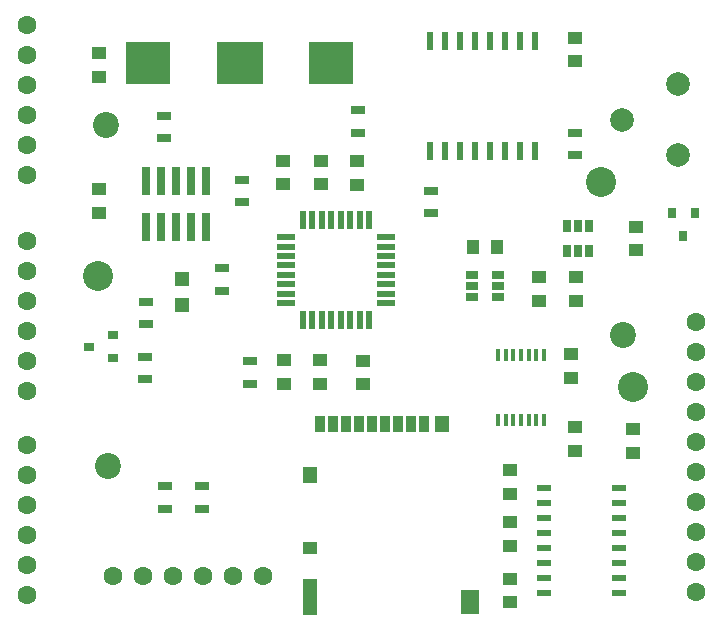
<source format=gbr>
G04 #@! TF.FileFunction,Soldermask,Top*
%FSLAX46Y46*%
G04 Gerber Fmt 4.6, Leading zero omitted, Abs format (unit mm)*
G04 Created by KiCad (PCBNEW 4.0.2-stable) date 3/8/2017 2:36:32 PM*
%MOMM*%
G01*
G04 APERTURE LIST*
%ADD10C,0.100000*%
%ADD11R,3.750000X3.600000*%
%ADD12R,4.000000X3.600000*%
%ADD13R,0.650000X1.060000*%
%ADD14C,1.600000*%
%ADD15R,1.250000X1.000000*%
%ADD16R,1.000000X1.250000*%
%ADD17R,0.740000X2.400000*%
%ADD18R,1.300000X0.700000*%
%ADD19R,0.800000X0.900000*%
%ADD20R,0.900000X0.800000*%
%ADD21R,1.600000X0.550000*%
%ADD22R,0.550000X1.600000*%
%ADD23R,1.060000X0.650000*%
%ADD24R,1.143000X0.508000*%
%ADD25R,0.400000X1.050000*%
%ADD26C,2.200000*%
%ADD27C,2.540000*%
%ADD28C,2.000000*%
%ADD29R,0.600000X1.500000*%
%ADD30R,0.954024X1.454150*%
%ADD31R,1.253998X1.054354*%
%ADD32R,1.253998X1.454150*%
%ADD33R,1.253998X3.054350*%
%ADD34R,1.553972X2.154174*%
%ADD35R,1.200000X1.200000*%
G04 APERTURE END LIST*
D10*
D11*
X42800000Y-38350000D03*
D12*
X35050000Y-38350000D03*
D11*
X27300000Y-38350000D03*
D13*
X64650000Y-52100000D03*
X63700000Y-52100000D03*
X62750000Y-52100000D03*
X62750000Y-54300000D03*
X64650000Y-54300000D03*
X63700000Y-54300000D03*
D14*
X37000000Y-81800000D03*
X34460000Y-81800000D03*
X31920000Y-81800000D03*
X29380000Y-81800000D03*
X26840000Y-81800000D03*
X24300000Y-81800000D03*
D15*
X44950000Y-46650000D03*
X44950000Y-48650000D03*
X41910000Y-46625000D03*
X41910000Y-48625000D03*
X38735000Y-48625000D03*
X38735000Y-46625000D03*
X41800000Y-65500000D03*
X41800000Y-63500000D03*
X38800000Y-65500000D03*
X38800000Y-63500000D03*
X63450000Y-36200000D03*
X63450000Y-38200000D03*
X63490000Y-56500000D03*
X63490000Y-58500000D03*
X60350000Y-58500000D03*
X60350000Y-56500000D03*
D16*
X54800000Y-53900000D03*
X56800000Y-53900000D03*
D15*
X68326000Y-71358000D03*
X68326000Y-69358000D03*
X57912000Y-77232000D03*
X57912000Y-79232000D03*
X63450000Y-69200000D03*
X63450000Y-71200000D03*
X63100000Y-63000000D03*
X63100000Y-65000000D03*
D17*
X32200000Y-48300000D03*
X30930000Y-48300000D03*
X29660000Y-48300000D03*
X28390000Y-48300000D03*
X27120000Y-48300000D03*
X27120000Y-52200000D03*
X28390000Y-52200000D03*
X29660000Y-52200000D03*
X30930000Y-52200000D03*
X32200000Y-52200000D03*
D14*
X17000000Y-47800000D03*
X17000000Y-45260000D03*
X17000000Y-42720000D03*
X17000000Y-40180000D03*
X17000000Y-37640000D03*
X17000000Y-35100000D03*
X17000000Y-66100000D03*
X17000000Y-63560000D03*
X17000000Y-61020000D03*
X17000000Y-58480000D03*
X17000000Y-55940000D03*
X17000000Y-53400000D03*
X17000000Y-83400000D03*
X17000000Y-80860000D03*
X17000000Y-78320000D03*
X17000000Y-75780000D03*
X17000000Y-73240000D03*
X17000000Y-70700000D03*
X73700000Y-78080000D03*
X73700000Y-80620000D03*
X73700000Y-83160000D03*
X73700000Y-60300000D03*
X73700000Y-62840000D03*
X73700000Y-65380000D03*
X73700000Y-67920000D03*
X73700000Y-70460000D03*
X73700000Y-73000000D03*
X73700000Y-75540000D03*
D18*
X35900000Y-63600000D03*
X35900000Y-65500000D03*
D19*
X73550000Y-51000000D03*
X71650000Y-51000000D03*
X72600000Y-53000000D03*
D20*
X24270000Y-63300000D03*
X24270000Y-61400000D03*
X22270000Y-62350000D03*
D18*
X28600000Y-42800000D03*
X28600000Y-44700000D03*
X35200000Y-48250000D03*
X35200000Y-50150000D03*
X27110000Y-58570000D03*
X27110000Y-60470000D03*
X27050000Y-65100000D03*
X27050000Y-63200000D03*
X28700000Y-76070000D03*
X28700000Y-74170000D03*
X31820000Y-76090000D03*
X31820000Y-74190000D03*
D21*
X38930000Y-53080000D03*
X38930000Y-53880000D03*
X38930000Y-54680000D03*
X38930000Y-55480000D03*
X38930000Y-56280000D03*
X38930000Y-57080000D03*
X38930000Y-57880000D03*
X38930000Y-58680000D03*
D22*
X40380000Y-60130000D03*
X41180000Y-60130000D03*
X41980000Y-60130000D03*
X42780000Y-60130000D03*
X43580000Y-60130000D03*
X44380000Y-60130000D03*
X45180000Y-60130000D03*
X45980000Y-60130000D03*
D21*
X47430000Y-58680000D03*
X47430000Y-57880000D03*
X47430000Y-57080000D03*
X47430000Y-56280000D03*
X47430000Y-55480000D03*
X47430000Y-54680000D03*
X47430000Y-53880000D03*
X47430000Y-53080000D03*
D22*
X45980000Y-51630000D03*
X45180000Y-51630000D03*
X44380000Y-51630000D03*
X43580000Y-51630000D03*
X42780000Y-51630000D03*
X41980000Y-51630000D03*
X41180000Y-51630000D03*
X40380000Y-51630000D03*
D23*
X54700000Y-56250000D03*
X54700000Y-57200000D03*
X54700000Y-58150000D03*
X56900000Y-58150000D03*
X56900000Y-56250000D03*
X56900000Y-57200000D03*
D24*
X67183000Y-74295000D03*
X67183000Y-76835000D03*
X67183000Y-78105000D03*
X67183000Y-79375000D03*
X67183000Y-80645000D03*
X67183000Y-81915000D03*
X67183000Y-83185000D03*
X60833000Y-83185000D03*
X60833000Y-81915000D03*
X60833000Y-80645000D03*
X60833000Y-79375000D03*
X60833000Y-78105000D03*
X60833000Y-76835000D03*
X60833000Y-75565000D03*
X60833000Y-74295000D03*
X67183000Y-75565000D03*
D25*
X56896000Y-63030000D03*
X57546000Y-63030000D03*
X58196000Y-63030000D03*
X58846000Y-63030000D03*
X59496000Y-63030000D03*
X60146000Y-63030000D03*
X60796000Y-63030000D03*
X60796000Y-68580000D03*
X60146000Y-68580000D03*
X59496000Y-68580000D03*
X58846000Y-68580000D03*
X58196000Y-68580000D03*
X57546000Y-68580000D03*
X56896000Y-68580000D03*
D15*
X68600000Y-54200000D03*
X68600000Y-52200000D03*
D26*
X67480000Y-61330000D03*
X23850000Y-72500000D03*
X23720000Y-43610000D03*
D27*
X68350000Y-65750000D03*
X65600000Y-48400000D03*
X23000000Y-56400000D03*
D15*
X45500000Y-63550000D03*
X45500000Y-65550000D03*
D28*
X72136000Y-46132000D03*
X67436000Y-43132000D03*
X72136000Y-40132000D03*
D18*
X63450000Y-44250000D03*
X63450000Y-46150000D03*
X51250000Y-49150000D03*
X51250000Y-51050000D03*
X45050000Y-44250000D03*
X45050000Y-42350000D03*
D29*
X60045000Y-36450000D03*
X58775000Y-36450000D03*
X57505000Y-36450000D03*
X56235000Y-36450000D03*
X54965000Y-36450000D03*
X53695000Y-36450000D03*
X52425000Y-36450000D03*
X51155000Y-36450000D03*
X51155000Y-45750000D03*
X52425000Y-45750000D03*
X53695000Y-45750000D03*
X54965000Y-45750000D03*
X56235000Y-45750000D03*
X57505000Y-45750000D03*
X58775000Y-45750000D03*
X60045000Y-45750000D03*
D30*
X50599746Y-68899925D03*
X49499926Y-68899925D03*
X48399852Y-68899925D03*
X47299778Y-68899925D03*
X46199704Y-68899925D03*
X45099884Y-68899925D03*
X43999810Y-68899925D03*
X42899736Y-68899925D03*
X41799662Y-68899925D03*
D31*
X40999816Y-79399904D03*
D32*
X40999816Y-73199764D03*
D33*
X41000070Y-83549756D03*
D34*
X54499916Y-84000225D03*
D32*
X52149654Y-68899798D03*
D15*
X23100000Y-49000000D03*
X23100000Y-51000000D03*
X23100000Y-37500000D03*
X23100000Y-39500000D03*
X57900000Y-74800000D03*
X57900000Y-72800000D03*
X57950000Y-82000000D03*
X57950000Y-84000000D03*
D35*
X30150000Y-58800000D03*
X30150000Y-56600000D03*
D18*
X33500000Y-55725000D03*
X33500000Y-57625000D03*
M02*

</source>
